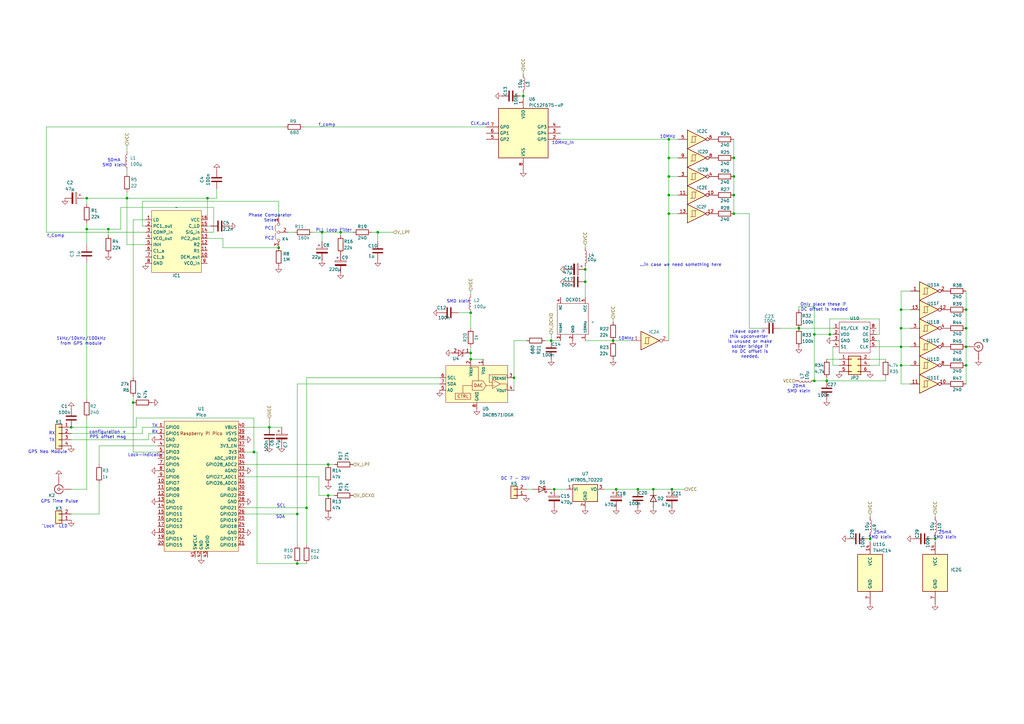
<source format=kicad_sch>
(kicad_sch (version 20231120) (generator "eeschema") (generator_version "8.0")
  (paper "A3")
  (junction (at 193.04 128.27))
  (junction (at 121.92 231.14))
  (junction (at 154.94 95.25))
  (junction (at 110.49 175.26))
  (junction (at 35.56 93.98))
  (junction (at 214.63 39.37))
  (junction (at 275.59 200.66))
  (junction (at 300.99 80.01))
  (junction (at 210.82 154.94))
  (junction (at 300.99 64.77))
  (junction (at 267.97 200.66))
  (junction (at 396.24 134.62))
  (junction (at 29.21 175.26))
  (junction (at 114.3 101.6))
  (junction (at 274.32 64.77))
  (junction (at 274.32 80.01))
  (junction (at 121.92 210.82))
  (junction (at 274.32 57.15))
  (junction (at 334.01 137.16))
  (junction (at 383.54 220.98))
  (junction (at 369.57 149.86))
  (junction (at 226.06 139.7))
  (junction (at 274.32 72.39))
  (junction (at 369.57 127))
  (junction (at 396.24 149.86))
  (junction (at 139.7 95.25))
  (junction (at 44.45 93.98))
  (junction (at 134.62 203.2))
  (junction (at 132.08 95.25))
  (junction (at 193.04 144.78))
  (junction (at 251.46 139.7))
  (junction (at 300.99 72.39))
  (junction (at 356.87 220.98))
  (junction (at 369.57 134.62))
  (junction (at 134.62 190.5))
  (junction (at 396.24 142.24))
  (junction (at 340.36 137.16))
  (junction (at 300.99 87.63))
  (junction (at 54.61 165.1))
  (junction (at 85.09 81.28))
  (junction (at 274.32 87.63))
  (junction (at 193.04 147.32))
  (junction (at 261.62 200.66))
  (junction (at 125.73 208.28))
  (junction (at 240.03 110.49))
  (junction (at 334.01 156.21))
  (junction (at 369.57 142.24))
  (junction (at 339.09 156.21))
  (junction (at 396.24 127))
  (junction (at 240.03 115.57))
  (junction (at 227.33 200.66))
  (junction (at 327.66 134.62))
  (junction (at 52.07 81.28))
  (junction (at 252.73 200.66))
  (junction (at 35.56 81.28))
  (junction (at 104.14 185.42))
  (wire (pts (xy 154.94 95.25) (xy 154.94 99.06)))
  (wire (pts (xy 307.34 134.62) (xy 307.34 87.63)))
  (wire (pts (xy 85.09 95.25) (xy 87.63 95.25)))
  (wire (pts (xy 341.63 142.24) (xy 341.63 149.86)))
  (wire (pts (xy 369.57 149.86) (xy 369.57 157.48)))
  (wire (pts (xy 210.82 154.94) (xy 210.82 139.7)))
  (wire (pts (xy 110.49 171.45) (xy 110.49 175.26)))
  (wire (pts (xy 356.87 149.86) (xy 360.68 149.86)))
  (wire (pts (xy 85.09 81.28) (xy 85.09 90.17)))
  (wire (pts (xy 54.61 90.17) (xy 54.61 154.94)))
  (wire (pts (xy 104.14 185.42) (xy 104.14 171.45)))
  (wire (pts (xy 154.94 95.25) (xy 161.29 95.25)))
  (wire (pts (xy 275.59 200.66) (xy 280.67 200.66)))
  (wire (pts (xy 35.56 200.66) (xy 35.56 171.45)))
  (wire (pts (xy 274.32 72.39) (xy 278.13 72.39)))
  (wire (pts (xy 267.97 200.66) (xy 275.59 200.66)))
  (wire (pts (xy 369.57 127) (xy 369.57 119.38)))
  (wire (pts (xy 187.96 128.27) (xy 193.04 128.27)))
  (wire (pts (xy 52.07 78.74) (xy 52.07 81.28)))
  (wire (pts (xy 35.56 81.28) (xy 52.07 81.28)))
  (wire (pts (xy 359.41 142.24) (xy 369.57 142.24)))
  (wire (pts (xy 85.09 92.71) (xy 86.36 92.71)))
  (wire (pts (xy 121.92 231.14) (xy 125.73 231.14)))
  (wire (pts (xy 124.46 52.07) (xy 199.39 52.07)))
  (wire (pts (xy 118.11 95.25) (xy 120.65 95.25)))
  (wire (pts (xy 396.24 142.24) (xy 396.24 149.86)))
  (wire (pts (xy 58.42 92.71) (xy 58.42 82.55)))
  (wire (pts (xy 356.87 220.98) (xy 356.87 222.25)))
  (wire (pts (xy 125.73 154.94) (xy 180.34 154.94)))
  (wire (pts (xy 339.09 156.21) (xy 363.22 156.21)))
  (wire (pts (xy 274.32 57.15) (xy 229.87 57.15)))
  (wire (pts (xy 19.05 95.25) (xy 59.69 95.25)))
  (wire (pts (xy 193.04 144.78) (xy 193.04 147.32)))
  (wire (pts (xy 360.68 130.81) (xy 340.36 130.81)))
  (wire (pts (xy 40.64 198.12) (xy 40.64 210.82)))
  (wire (pts (xy 44.45 93.98) (xy 44.45 96.52)))
  (wire (pts (xy 35.56 91.44) (xy 35.56 93.98)))
  (wire (pts (xy 54.61 165.1) (xy 54.61 162.56)))
  (wire (pts (xy 274.32 87.63) (xy 274.32 139.7)))
  (wire (pts (xy 300.99 57.15) (xy 300.99 64.77)))
  (wire (pts (xy 327.66 125.73) (xy 334.01 125.73)))
  (wire (pts (xy 125.73 154.94) (xy 125.73 208.28)))
  (wire (pts (xy 226.06 139.7) (xy 229.87 139.7)))
  (wire (pts (xy 267.97 200.66) (xy 261.62 200.66)))
  (wire (pts (xy 356.87 147.32) (xy 363.22 147.32)))
  (wire (pts (xy 339.09 156.21) (xy 339.09 154.94)))
  (wire (pts (xy 85.09 81.28) (xy 88.9 81.28)))
  (wire (pts (xy 383.54 220.98) (xy 383.54 222.25)))
  (wire (pts (xy 35.56 81.28) (xy 35.56 83.82)))
  (wire (pts (xy 64.77 182.88) (xy 40.64 182.88)))
  (wire (pts (xy 360.68 149.86) (xy 360.68 139.7)))
  (wire (pts (xy 214.63 38.1) (xy 214.63 39.37)))
  (wire (pts (xy 226.06 200.66) (xy 227.33 200.66)))
  (wire (pts (xy 52.07 81.28) (xy 85.09 81.28)))
  (wire (pts (xy 247.65 200.66) (xy 252.73 200.66)))
  (wire (pts (xy 134.62 203.2) (xy 137.16 203.2)))
  (wire (pts (xy 327.66 134.62) (xy 341.63 134.62)))
  (wire (pts (xy 105.41 185.42) (xy 104.14 185.42)))
  (wire (pts (xy 339.09 147.32) (xy 344.17 147.32)))
  (wire (pts (xy 369.57 142.24) (xy 369.57 149.86)))
  (wire (pts (xy 300.99 72.39) (xy 300.99 80.01)))
  (wire (pts (xy 60.96 177.8) (xy 64.77 177.8)))
  (wire (pts (xy 359.41 137.16) (xy 360.68 137.16)))
  (wire (pts (xy 274.32 80.01) (xy 274.32 87.63)))
  (wire (pts (xy 121.92 157.48) (xy 121.92 210.82)))
  (wire (pts (xy 274.32 64.77) (xy 278.13 64.77)))
  (wire (pts (xy 100.33 185.42) (xy 104.14 185.42)))
  (wire (pts (xy 35.56 93.98) (xy 44.45 93.98)))
  (wire (pts (xy 110.49 175.26) (xy 115.57 175.26)))
  (wire (pts (xy 130.81 203.2) (xy 134.62 203.2)))
  (wire (pts (xy 152.4 95.25) (xy 154.94 95.25)))
  (wire (pts (xy 344.17 149.86) (xy 341.63 149.86)))
  (wire (pts (xy 363.22 156.21) (xy 363.22 154.94)))
  (wire (pts (xy 100.33 210.82) (xy 121.92 210.82)))
  (wire (pts (xy 54.61 90.17) (xy 59.69 90.17)))
  (wire (pts (xy 278.13 57.15) (xy 274.32 57.15)))
  (wire (pts (xy 356.87 219.71) (xy 356.87 220.98)))
  (wire (pts (xy 114.3 82.55) (xy 114.3 88.9)))
  (wire (pts (xy 240.03 109.22) (xy 240.03 110.49)))
  (wire (pts (xy 334.01 125.73) (xy 334.01 137.16)))
  (wire (pts (xy 240.03 110.49) (xy 240.03 115.57)))
  (wire (pts (xy 58.42 175.26) (xy 64.77 175.26)))
  (wire (pts (xy 60.96 177.8) (xy 60.96 180.34)))
  (wire (pts (xy 300.99 80.01) (xy 300.99 87.63)))
  (wire (pts (xy 340.36 130.81) (xy 340.36 137.16)))
  (wire (pts (xy 223.52 139.7) (xy 226.06 139.7)))
  (wire (pts (xy 55.88 175.26) (xy 29.21 175.26)))
  (wire (pts (xy 193.04 142.24) (xy 193.04 144.78)))
  (wire (pts (xy 232.41 200.66) (xy 227.33 200.66)))
  (wire (pts (xy 210.82 154.94) (xy 210.82 160.02)))
  (wire (pts (xy 59.69 92.71) (xy 58.42 92.71)))
  (wire (pts (xy 91.44 101.6) (xy 114.3 101.6)))
  (wire (pts (xy 383.54 219.71) (xy 383.54 220.98)))
  (wire (pts (xy 327.66 125.73) (xy 327.66 127)))
  (wire (pts (xy 373.38 134.62) (xy 369.57 134.62)))
  (wire (pts (xy 58.42 82.55) (xy 114.3 82.55)))
  (wire (pts (xy 100.33 190.5) (xy 134.62 190.5)))
  (wire (pts (xy 278.13 87.63) (xy 274.32 87.63)))
  (wire (pts (xy 128.27 95.25) (xy 132.08 95.25)))
  (wire (pts (xy 396.24 149.86) (xy 396.24 157.48)))
  (wire (pts (xy 180.34 157.48) (xy 121.92 157.48)))
  (wire (pts (xy 35.56 93.98) (xy 35.56 100.33)))
  (wire (pts (xy 40.64 182.88) (xy 40.64 190.5)))
  (wire (pts (xy 40.64 210.82) (xy 29.21 210.82)))
  (wire (pts (xy 132.08 95.25) (xy 139.7 95.25)))
  (wire (pts (xy 214.63 29.21) (xy 214.63 30.48)))
  (wire (pts (xy 132.08 95.25) (xy 132.08 99.06)))
  (wire (pts (xy 35.56 107.95) (xy 35.56 163.83)))
  (wire (pts (xy 334.01 137.16) (xy 334.01 156.21)))
  (wire (pts (xy 34.29 81.28) (xy 35.56 81.28)))
  (wire (pts (xy 87.63 95.25) (xy 87.63 85.09)))
  (wire (pts (xy 396.24 119.38) (xy 396.24 127)))
  (wire (pts (xy 134.62 190.5) (xy 137.16 190.5)))
  (wire (pts (xy 91.44 97.79) (xy 91.44 101.6)))
  (wire (pts (xy 341.63 137.16) (xy 340.36 137.16)))
  (wire (pts (xy 213.36 39.37) (xy 214.63 39.37)))
  (wire (pts (xy 382.27 220.98) (xy 383.54 220.98)))
  (wire (pts (xy 193.04 147.32) (xy 198.12 147.32)))
  (wire (pts (xy 100.33 208.28) (xy 125.73 208.28)))
  (wire (pts (xy 29.21 177.8) (xy 58.42 177.8)))
  (wire (pts (xy 274.32 64.77) (xy 274.32 72.39)))
  (wire (pts (xy 274.32 80.01) (xy 278.13 80.01)))
  (wire (pts (xy 52.07 59.69) (xy 52.07 62.23)))
  (wire (pts (xy 369.57 134.62) (xy 369.57 127)))
  (wire (pts (xy 55.88 171.45) (xy 55.88 175.26)))
  (wire (pts (xy 369.57 142.24) (xy 373.38 142.24)))
  (wire (pts (xy 58.42 177.8) (xy 58.42 175.26)))
  (wire (pts (xy 373.38 157.48) (xy 369.57 157.48)))
  (wire (pts (xy 64.77 185.42) (xy 54.61 185.42)))
  (wire (pts (xy 52.07 100.33) (xy 52.07 81.28)))
  (wire (pts (xy 320.04 134.62) (xy 327.66 134.62)))
  (wire (pts (xy 360.68 139.7) (xy 359.41 139.7)))
  (wire (pts (xy 360.68 137.16) (xy 360.68 130.81)))
  (wire (pts (xy 369.57 149.86) (xy 373.38 149.86)))
  (wire (pts (xy 240.03 139.7) (xy 251.46 139.7)))
  (wire (pts (xy 307.34 134.62) (xy 312.42 134.62)))
  (wire (pts (xy 396.24 127) (xy 396.24 134.62)))
  (wire (pts (xy 54.61 165.1) (xy 54.61 185.42)))
  (wire (pts (xy 340.36 137.16) (xy 334.01 137.16)))
  (wire (pts (xy 355.6 220.98) (xy 356.87 220.98)))
  (wire (pts (xy 274.32 57.15) (xy 274.32 64.77)))
  (wire (pts (xy 274.32 72.39) (xy 274.32 80.01)))
  (wire (pts (xy 100.33 195.58) (xy 130.81 195.58)))
  (wire (pts (xy 226.06 137.16) (xy 226.06 139.7)))
  (wire (pts (xy 139.7 95.25) (xy 139.7 96.52)))
  (wire (pts (xy 130.81 195.58) (xy 130.81 203.2)))
  (wire (pts (xy 104.14 171.45) (xy 55.88 171.45)))
  (wire (pts (xy 105.41 231.14) (xy 121.92 231.14)))
  (wire (pts (xy 29.21 200.66) (xy 35.56 200.66)))
  (wire (pts (xy 383.54 210.82) (xy 383.54 212.09)))
  (wire (pts (xy 300.99 87.63) (xy 307.34 87.63)))
  (wire (pts (xy 125.73 208.28) (xy 125.73 223.52)))
  (wire (pts (xy 44.45 93.98) (xy 49.53 93.98)))
  (wire (pts (xy 85.09 97.79) (xy 91.44 97.79)))
  (wire (pts (xy 105.41 231.14) (xy 105.41 185.42)))
  (wire (pts (xy 369.57 119.38) (xy 373.38 119.38)))
  (wire (pts (xy 121.92 210.82) (xy 121.92 223.52)))
  (wire (pts (xy 369.57 127) (xy 373.38 127)))
  (wire (pts (xy 252.73 200.66) (xy 261.62 200.66)))
  (wire (pts (xy 52.07 69.85) (xy 52.07 71.12)))
  (wire (pts (xy 215.9 139.7) (xy 210.82 139.7)))
  (wire (pts (xy 240.03 115.57) (xy 240.03 121.92)))
  (wire (pts (xy 116.84 52.07) (xy 19.05 52.07)))
  (wire (pts (xy 369.57 134.62) (xy 369.57 142.24)))
  (wire (pts (xy 139.7 95.25) (xy 144.78 95.25)))
  (wire (pts (xy 240.03 100.33) (xy 240.03 101.6)))
  (wire (pts (xy 193.04 119.38) (xy 193.04 120.65)))
  (wire (pts (xy 100.33 175.26) (xy 110.49 175.26)))
  (wire (pts (xy 251.46 139.7) (xy 259.08 139.7)))
  (wire (pts (xy 59.69 100.33) (xy 52.07 100.33)))
  (wire (pts (xy 218.44 200.66) (xy 215.9 200.66)))
  (wire (pts (xy 300.99 64.77) (xy 300.99 72.39)))
  (wire (pts (xy 251.46 130.81) (xy 251.46 132.08)))
  (wire (pts (xy 88.9 77.47) (xy 88.9 81.28)))
  (wire (pts (xy 49.53 85.09) (xy 87.63 85.09)))
  (wire (pts (xy 19.05 52.07) (xy 19.05 95.25)))
  (wire (pts (xy 193.04 128.27) (xy 193.04 134.62)))
  (wire (pts (xy 396.24 134.62) (xy 396.24 142.24)))
  (wire (pts (xy 29.21 180.34) (xy 60.96 180.34)))
  (wire (pts (xy 49.53 93.98) (xy 49.53 85.09)))
  (wire (pts (xy 334.01 156.21) (xy 339.09 156.21)))
  (wire (pts (xy 356.87 210.82) (xy 356.87 212.09)))
  (text "PLL\nhttps://www.mouser.de/ProductDetail/Texas-Instruments/CD74HC7046AMT?qs=gb35HGp1gQI6mJ4fH4yL3g%3D%3D" (at 485.14 94.234 0) (effects (font (size 1.27 1.27))))
  (text "Kleinstrom-Induktivitätem 100µH\nhttps://www.mouser.de/ProductDetail/TDK/KLZ2012NHR101LTD25?qs=5aG0NVq1C4xezrpiGY6jhA%3D%3D" (at 604.012 68.58 0) (effects (font (size 1.27 1.27))))
  (text "XOR gates:\nhttps://www.mouser.de/ProductDetail/Nexperia/74LVC2G86DP125?qs=me8TqzrmIYU4VUcP1CeUGw%3D%3D\n" (at 485.14 32.766 0) (effects (font (size 1.27 1.27))))
  (text "EEPROM\nhttps://www.mouser.de/ProductDetail/onsemi/CAT24C32WI-GT3?qs=rZgeL6XvLwaTa79VuYkKQA%3D%3D" (at 486.156 151.384 0) (effects (font (size 1.27 1.27))))
  (text "Lock-Indicator" (at 59.69 186.69 0) (effects (font (size 1.27 1.27))))
  (text "configuration +\nPPS offset msg" (at 44.196 178.308 0) (effects (font (size 1.27 1.27))))
  (text "Only place these if \nDC offset is needed" (at 338.074 125.984 0) (effects (font (size 1.27 1.27))))
  (text "Dual OpAmp\nhttps://www.mouser.de/ProductDetail/Microchip-Technology/MCP6002-I-SN?qs=cQYLKLPzRJlt69SDaZwGcA%3D%3D" (at 487.426 80.01 0) (effects (font (size 1.27 1.27))))
  (text "Kleinstrom-Induktivitäten 10µH\nhttps://www.mouser.de/ProductDetail/TDK/KLZ2012MHR100HTD25?qs=5aG0NVq1C4z7XTXkifhyMA%3D%3D" (at 601.98 59.944 0) (effects (font (size 1.27 1.27))))
  (text "Phase Comparator \nSelect" (at 111.252 89.408 0) (effects (font (size 1.27 1.27))))
  (text "Unused second OpAmp in package. Leave it here for the time being" (at 482.092 182.626 0) (effects (font (size 1.27 1.27))))
  (text "SMD klein" (at 187.96 123.698 0) (effects (font (size 1.27 1.27))))
  (text "10MHz" (at 256.794 138.938 0) (effects (font (size 1.27 1.27))))
  (text "10uH groß\nhttps://www.mouser.de/ProductDetail/Monolithic-Power-Systems-MPS/MPL-SE5040-100?qs=sGAEpiMZZMv126LJFLh8yyOx6Bzv8ule8YDMbIBSVtI%3D" (at 627.38 87.376 0) (effects (font (size 1.27 1.27))))
  (text "Hex-Schmitt-Trigger\nhttps://www.mouser.de/ProductDetail/Texas-Instruments/CD74AC14M96?qs=7KMwW2o1%252BmTMcy6XciEnlg%3D%3D" (at 485.394 107.696 0) (effects (font (size 1.27 1.27))))
  (text "ICS501\nhttps://www.mouser.de/ProductDetail/Renesas-Electronics/501MLFT?qs=JcGQCygHkIZqmlnfOhnKLQ%3D%3D" (at 486.41 143.764 0) (effects (font (size 1.27 1.27))))
  (text "25mA\nSMD klein" (at 387.604 219.456 0) (effects (font (size 1.27 1.27))))
  (text "DAC\nhttps://www.mouser.de/ProductDetail/Texas-Instruments/DAC8571IDGK?qs=vul0MlC%2Fa1dvtLPGKelkTg%3D%3D" (at 484.124 52.832 0) (effects (font (size 1.27 1.27))))
  (text "...in case we need something here" (at 279.146 108.712 0) (effects (font (size 1.27 1.27))))
  (text "GPS Time Pulse" (at 24.384 205.74 0) (effects (font (size 1.27 1.27))))
  (text "TX" (at 21.336 180.594 0) (effects (font (size 1.27 1.27))))
  (text "RX" (at 21.336 177.8 0) (effects (font (size 1.27 1.27))))
  (text "Leave open if \nthis upconverter \nis unused or make\nsolder bridge if\nno DC offset is\nneeded." (at 307.594 141.224 0) (effects (font (size 1.27 1.27))))
  (text "20mA\nSMD klein" (at 327.66 159.512 0) (effects (font (size 1.27 1.27))))
  (text "PLL Loop Filter" (at 136.906 94.488 0) (effects (font (size 1.27 1.27))))
  (text "For the Comparators, both\nhttps://www.mouser.de/ProductDetail/Texas-Instruments/TLV3502AIDCNR?qs=m96fseALk3UVf1AatLxFqQ%3D%3D\nor\nhttps://www.mouser.de/ProductDetail/Texas-Instruments/TLV3502AID?qs=m96fseALk3U4Ee5H4Lg7qw%3D%3D\nwork" (at 483.616 16.764 0) (effects (font (size 1.27 1.27))))
  (text "100uH groß\nhttps://www.mouser.de/ProductDetail/TDK/SPM7054VC-101M-D?qs=sGAEpiMZZMv126LJFLh8yz4JeXP9OGKgXN2nn20c%2F50%3D" (at 617.22 75.692 0) (effects (font (size 1.27 1.27))))
  (text "SCL" (at 115.316 207.518 0) (effects (font (size 1.27 1.27))))
  (text "RX" (at 63.5 177.292 0) (effects (font (size 1.27 1.27))))
  (text "GPS Neo Module" (at 19.558 185.42 0) (effects (font (size 1.27 1.27))))
  (text "10MHz_in" (at 230.886 58.674 0) (effects (font (size 1.27 1.27))))
  (text "f_Comp" (at 22.86 96.774 0) (effects (font (size 1.27 1.27))))
  (text "PC1\n\nPC2" (at 110.49 95.758 0) (effects (font (size 1.27 1.27))))
  (text "Barrel-Jack DC connector - prinzipiell egal welcher\nhttps://www.mouser.de/ProductDetail/CUI-Devices/PJ-102AH?qs=WyjlAZoYn50Yq4CrVLCXLw%3D%3D" (at 480.06 133.858 0) (effects (font (size 1.27 1.27))))
  (text "50mA\nSMD klein" (at 46.736 66.802 0) (effects (font (size 1.27 1.27))))
  (text "10MHz" (at 273.812 56.134 0) (effects (font (size 1.27 1.27))))
  (text "2x Ripple Counter\nhttps://www.mouser.de/ProductDetail/Texas-Instruments/CD74HC390M96?qs=q81XD9WTF%252BLJAyVsZ7eHLQ%3D%3D" (at 487.934 67.564 0) (effects (font (size 1.27 1.27))))
  (text "\"Lock\" LED" (at 22.352 215.9 0) (effects (font (size 1.27 1.27))))
  (text "DC 7 - 25V" (at 211.328 196.342 0) (effects (font (size 1.27 1.27))))
  (text "25mA\nSMD klein" (at 360.934 219.456 0) (effects (font (size 1.27 1.27))))
  (text "CLK_out" (at 196.85 50.8 0) (effects (font (size 1.27 1.27))))
  (text "SDA" (at 115.062 212.09 0) (effects (font (size 1.27 1.27))))
  (text "f_comp" (at 134.112 51.308 0) (effects (font (size 1.27 1.27))))
  (text "TX" (at 63.5 174.752 0) (effects (font (size 1.27 1.27))))
  (text "Voltage Regulator\nhttps://www.mouser.de/ProductDetail/Texas-Instruments/LM7805MPX-NOPB?qs=gO6GG99qvRCSwIVAoVKHPw%3D%3D" (at 485.648 120.904 0) (effects (font (size 1.27 1.27))))
  (text "1kHz/10kHz/100kHz\nfrom GPS module" (at 33.274 139.954 0) (effects (font (size 1.27 1.27))))
  (text "D2 Entstördiode\nhttps://www.mouser.de/ProductDetail/Micro-Commercial-Components-MCC/SMBJP6KE6.8CA-TP?qs=O1HRStiETCjFEvwWmakxhQ%3D%3D\n" (at 593.09 29.718 0) (effects (font (size 1.27 1.27))))
  (text "D1 Schottky-Diode\nhttps://www.mouser.de/ProductDetail/onsemi-Fairchild/SS24FL?qs=tqW9UTzndZyvT5hdH%2BfSxg%3D%3D" (at 595.884 20.828 0) (effects (font (size 1.27 1.27))))
  (hierarchical_label "V_OCXO" (shape input) (at 226.06 137.16 90))
  (hierarchical_label "V_LPF" (shape input) (at 144.78 190.5 0))
  (hierarchical_label "VCC" (shape input) (at 280.67 200.66 0))
  (hierarchical_label "VCC" (shape input) (at 326.39 156.21 180))
  (hierarchical_label "VCC" (shape input) (at 383.54 210.82 90))
  (hierarchical_label "VCC" (shape input) (at 214.63 29.21 90))
  (hierarchical_label "VCC" (shape input) (at 240.03 100.33 90))
  (hierarchical_label "V_OCXO" (shape input) (at 144.78 203.2 0))
  (hierarchical_label "V_LPF" (shape input) (at 161.29 95.25 0))
  (hierarchical_label "VCC" (shape input) (at 251.46 130.81 90))
  (hierarchical_label "VCC" (shape input) (at 356.87 210.82 90))
  (hierarchical_label "VCC" (shape input) (at 110.49 171.45 90))
  (hierarchical_label "VCC" (shape input) (at 193.04 119.38 90))
  (hierarchical_label "VCC" (shape input) (at 52.07 59.69 90))
  (symbol (lib_id "74xx:74HC14") (at 285.75 57.15 0) (unit 3)
    (property "Reference" "IC2" (at 288.036 53.848 0))
    (property "Value" "74HC14" (effects (hide yes)))
    (property "Footprint" "Package_DIP:DIP-14_W7.62mm_LongPads" (effects (hide yes)))
    (property "Datasheet" "http://www.ti.com/lit/gpn/sn74HC14" (effects (hide yes)))
    (property "Description" "Hex inverter schmitt trigger" (effects (hide yes)))
  )
  (symbol (lib_id "power:GND") (at 227.33 208.28 0) (unit 1)
    (property "Reference" "#PWR042" (effects (hide yes)))
    (property "Value" "GND" (effects (hide yes)))
    (property "Description" "Power symbol creates a global label with name \"GND\" , ground" (effects (hide yes)))
  )
  (symbol (lib_id "Device:R") (at 327.66 130.81 0) (unit 1)
    (property "Reference" "R32" (at 328.93 129.54 0) (effects (justify left)))
    (property "Value" "100k" (at 328.93 132.08 0) (effects (justify left)))
    (property "Footprint" "Resistor_SMD:R_1206_3216Metric_Pad1.30x1.75mm_HandSolder" (effects (hide yes)))
    (property "Description" "Resistor" (effects (hide yes)))
  )
  (symbol (lib_id "Device:R") (at 120.65 52.07 270) (unit 1)
    (property "Reference" "R9" (at 118.872 49.784 90) (effects (justify left)))
    (property "Value" "680" (at 118.872 54.356 90) (effects (justify left)))
    (property "Footprint" "Resistor_SMD:R_1206_3216Metric_Pad1.30x1.75mm_HandSolder" (effects (hide yes)))
    (property "Description" "Resistor" (effects (hide yes)))
  )
  (symbol (lib_id "Device:R") (at 251.46 135.89 0) (unit 1)
    (property "Reference" "R22" (at 245.872 134.874 0) (effects (justify left)))
    (property "Value" "22k" (at 245.872 137.414 0) (effects (justify left)))
    (property "Footprint" "Resistor_SMD:R_1206_3216Metric_Pad1.30x1.75mm_HandSolder" (effects (hide yes)))
    (property "Description" "Resistor" (effects (hide yes)))
  )
  (symbol (lib_id "Device:R") (at 52.07 74.93 0) (unit 1)
    (property "Reference" "R5" (at 53.594 73.66 0) (effects (justify left)))
    (property "Value" "22" (at 53.594 76.2 0) (effects (justify left)))
    (property "Footprint" "Resistor_SMD:R_1206_3216Metric_Pad1.30x1.75mm_HandSolder" (effects (hide yes)))
    (property "Description" "Resistor" (effects (hide yes)))
  )
  (symbol (lib_id "Device:R") (at 54.61 158.75 180) (unit 1)
    (property "Reference" "R6" (at 53.086 160.02 0) (effects (justify left)))
    (property "Value" "27k" (at 53.086 157.48 0) (effects (justify left)))
    (property "Footprint" "Resistor_SMD:R_1206_3216Metric_Pad1.30x1.75mm_HandSolder" (effects (hide yes)))
    (property "Description" "Resistor" (effects (hide yes)))
  )
  (symbol (lib_id "power:GND") (at 215.9 203.2 0) (unit 1)
    (property "Reference" "#PWR040" (effects (hide yes)))
    (property "Value" "GND" (effects (hide yes)))
    (property "Description" "Power symbol creates a global label with name \"GND\" , ground" (effects (hide yes)))
  )
  (symbol (lib_id "power:GND") (at 134.62 198.12 0) (unit 1)
    (property "Reference" "#PWR028" (effects (hide yes)))
    (property "Value" "GND" (effects (hide yes)))
    (property "Description" "Power symbol creates a global label with name \"GND\" , ground" (effects (hide yes)))
  )
  (symbol (lib_id "Device:C") (at 184.15 128.27 270) (unit 1)
    (property "Reference" "C12" (at 181.102 126.238 90))
    (property "Value" "100n" (at 182.118 130.302 90))
    (property "Footprint" "Capacitor_SMD:C_1210_3225Metric_Pad1.33x2.70mm_HandSolder" (effects (hide yes)))
    (property "Description" "Unpolarized capacitor" (effects (hide yes)))
  )
  (symbol (lib_id "Device:R") (at 140.97 203.2 90) (unit 1)
    (property "Reference" "R15" (at 139.7 201.676 0) (effects (justify left)))
    (property "Value" "27k" (at 142.24 201.676 0) (effects (justify left)))
    (property "Footprint" "Resistor_SMD:R_1206_3216Metric_Pad1.30x1.75mm_HandSolder" (effects (hide yes)))
    (property "Description" "Resistor" (effects (hide yes)))
  )
  (symbol (lib_id "Device:C_Polarized") (at 30.48 81.28 270) (unit 1)
    (property "Reference" "C2" (at 28.702 74.93 90))
    (property "Value" "47µ" (at 28.702 77.47 90))
    (property "Footprint" "Capacitor_THT:CP_Radial_D8.0mm_P2.50mm" (effects (hide yes)))
    (property "Description" "Polarized capacitor" (effects (hide yes)))
  )
  (symbol (lib_id "Device:C") (at 351.79 220.98 90) (unit 1)
    (property "Reference" "C28" (at 349.504 218.948 0))
    (property "Value" "100n" (at 353.822 222.25 0))
    (property "Footprint" "Capacitor_SMD:C_1210_3225Metric_Pad1.33x2.70mm_HandSolder" (effects (hide yes)))
    (property "Description" "Unpolarized capacitor" (effects (hide yes)))
  )
  (symbol (lib_id "Device:C") (at 316.23 134.62 270) (unit 1)
    (property "Reference" "C23" (at 315.468 129.794 90))
    (property "Value" "100n" (at 315.722 131.572 90))
    (property "Footprint" "Capacitor_SMD:C_1210_3225Metric_Pad1.33x2.70mm_HandSolder" (effects (hide yes)))
    (property "Description" "Unpolarized capacitor" (effects (hide yes)))
  )
  (symbol (lib_id "power:GND") (at 64.77 193.04 270) (unit 1)
    (property "Reference" "#PWR010" (effects (hide yes)))
    (property "Value" "GND" (effects (hide yes)))
    (property "Description" "Power symbol creates a global label with name \"GND\" , ground" (effects (hide yes)))
  )
  (symbol (lib_id "Device:R") (at 140.97 190.5 90) (unit 1)
    (property "Reference" "R17" (at 139.7 188.976 0) (effects (justify left)))
    (property "Value" "27k" (at 142.24 188.976 0) (effects (justify left)))
    (property "Footprint" "Resistor_SMD:R_1206_3216Metric_Pad1.30x1.75mm_HandSolder" (effects (hide yes)))
    (property "Description" "Resistor" (effects (hide yes)))
  )
  (symbol (lib_id "power:GND") (at 100.33 205.74 90) (unit 1)
    (property "Reference" "#PWR018" (effects (hide yes)))
    (property "Value" "GND" (effects (hide yes)))
    (property "Description" "Power symbol creates a global label with name \"GND\" , ground" (effects (hide yes)))
  )
  (symbol (lib_id "Device:R") (at 297.18 87.63 270) (unit 1)
    (property "Reference" "R28" (at 295.402 85.344 90) (effects (justify left)))
    (property "Value" "240" (at 295.402 89.916 90) (effects (justify left)))
    (property "Footprint" "Resistor_SMD:R_1206_3216Metric_Pad1.30x1.75mm_HandSolder" (effects (hide yes)))
    (property "Description" "Resistor" (effects (hide yes)))
  )
  (symbol (lib_id "Device:C") (at 226.06 143.51 0) (unit 1)
    (property "Reference" "C14" (at 228.092 141.224 0))
    (property "Value" "100n" (at 224.79 145.542 0))
    (property "Footprint" "Capacitor_SMD:C_1210_3225Metric_Pad1.33x2.70mm_HandSolder" (effects (hide yes)))
    (property "Description" "Unpolarized capacitor" (effects (hide yes)))
  )
  (symbol (lib_id "power:GND") (at 185.42 144.78 270) (unit 1)
    (property "Reference" "#PWR036" (effects (hide yes)))
    (property "Value" "GND" (effects (hide yes)))
    (property "Description" "Power symbol creates a global label with name \"GND\" , ground" (effects (hide yes)))
  )
  (symbol (lib_id "Device:R") (at 114.3 105.41 0) (unit 1)
    (property "Reference" "R8" (at 116.078 104.14 0) (effects (justify left)))
    (property "Value" "1M" (at 116.078 106.426 0) (effects (justify left)))
    (property "Footprint" "Resistor_SMD:R_1206_3216Metric_Pad1.30x1.75mm_HandSolder" (effects (hide yes)))
    (property "Description" "Resistor" (effects (hide yes)))
  )
  (symbol (lib_id "Device:C_Polarized") (at 139.7 107.95 0) (unit 1)
    (property "Reference" "C9" (at 141.478 105.664 0))
    (property "Value" "220µ" (at 137.414 110.49 0))
    (property "Footprint" "Capacitor_THT:CP_Radial_D8.0mm_P2.50mm" (effects (hide yes)))
    (property "Description" "Polarized capacitor" (effects (hide yes)))
  )
  (symbol (lib_id "Device:C") (at 90.17 92.71 270) (unit 1)
    (property "Reference" "C5" (at 92.71 91.44 90))
    (property "Value" "2.2n" (at 93.472 93.98 90))
    (property "Footprint" "Capacitor_SMD:C_1210_3225Metric_Pad1.33x2.70mm_HandSolder" (effects (hide yes)))
    (property "Description" "Unpolarized capacitor" (effects (hide yes)))
  )
  (symbol (lib_id "power:GND") (at 154.94 106.68 0) (unit 1)
    (property "Reference" "#PWR031" (effects (hide yes)))
    (property "Value" "GND" (effects (hide yes)))
    (property "Description" "Power symbol creates a global label with name \"GND\" , ground" (effects (hide yes)))
  )
  (symbol (lib_id "power:GND") (at 234.95 139.7 0) (unit 1)
    (property "Reference" "#PWR045" (effects (hide yes)))
    (property "Value" "GND" (effects (hide yes)))
    (property "Description" "Power symbol creates a global label with name \"GND\" , ground" (effects (hide yes)))
  )
  (symbol (lib_id "power:GND") (at 44.45 104.14 0) (unit 1)
    (property "Reference" "#PWR06" (effects (hide yes)))
    (property "Value" "GND" (effects (hide yes)))
    (property "Description" "Power symbol creates a global label with name \"GND\" , ground" (effects (hide yes)))
  )
  (symbol (lib_id "Device:R") (at 392.43 157.48 270) (unit 1)
    (property "Reference" "R47" (at 390.652 155.194 90) (effects (justify left)))
    (property "Value" "240" (at 390.652 159.766 90) (effects (justify left)))
    (property "Footprint" "Resistor_SMD:R_1206_3216Metric_Pad1.30x1.75mm_HandSolder" (effects (hide yes)))
    (property "Description" "Resistor" (effects (hide yes)))
  )
  (symbol (lib_id "power:GND") (at 88.9 69.85 180) (unit 1)
    (property "Reference" "#PWR014" (effects (hide yes)))
    (property "Value" "GND" (effects (hide yes)))
    (property "Description" "Power symbol creates a global label with name \"GND\" , ground" (effects (hide yes)))
  )
  (symbol (lib_id "Device:L") (at 383.54 215.9 0) (unit 1)
    (property "Reference" "L10" (at 385.318 216.154 90))
    (property "Value" "10µ" (at 382.27 215.9 90))
    (property "Footprint" "Inductor_SMD:L_0805_2012Metric_Pad1.15x1.40mm_HandSolder" (effects (hide yes)))
    (property "Description" "Inductor" (effects (hide yes)))
  )
  (symbol (lib_id "power:GND") (at 383.54 247.65 0) (unit 1)
    (property "Reference" "#PWR068" (effects (hide yes)))
    (property "Value" "GND" (effects (hide yes)))
    (property "Description" "Power symbol creates a global label with name \"GND\" , ground" (effects (hide yes)))
  )
  (symbol (lib_id "Device:C_Polarized") (at 227.33 204.47 0) (unit 1)
    (property "Reference" "C15" (at 229.87 203.454 0) (effects (justify left)))
    (property "Value" "470µ" (at 229.87 205.994 0) (effects (justify left)))
    (property "Footprint" "Capacitor_THT:CP_Radial_D8.0mm_P2.50mm" (effects (hide yes)))
    (property "Description" "Polarized capacitor" (effects (hide yes)))
  )
  (symbol (lib_id "GPSDO-Components:OSC5A2B02") (at 234.95 130.81 0) (unit 1)
    (property "Reference" "OCXO1" (at 231.902 122.936 0) (effects (justify left)))
    (property "Value" "~" (at 242.57 132.08 0) (effects (justify left)))
    (property "Footprint" "OCXO_example:OSC5A2B02" (effects (hide yes)))
  )
  (symbol (lib_id "74xx:74HC14") (at 383.54 234.95 0) (unit 7)
    (property "Reference" "IC2" (at 389.89 233.6799 0) (effects (justify left)))
    (property "Value" "74HC14" (effects (hide yes)))
    (property "Footprint" "Package_DIP:DIP-14_W7.62mm_LongPads" (effects (hide yes)))
    (property "Datasheet" "http://www.ti.com/lit/gpn/sn74HC14" (effects (hide yes)))
    (property "Description" "Hex inverter schmitt trigger" (effects (hide yes)))
  )
  (symbol (lib_id "74xx:74HC14") (at 285.75 64.77 0) (unit 4)
    (property "Reference" "IC2" (at 288.29 62.23 0))
    (property "Value" "74HC14" (effects (hide yes)))
    (property "Footprint" "Package_DIP:DIP-14_W7.62mm_LongPads" (effects (hide yes)))
    (property "Datasheet" "http://www.ti.com/lit/gpn/sn74HC14" (effects (hide yes)))
    (property "Description" "Hex inverter schmitt trigger" (effects (hide yes)))
  )
  (symbol (lib_id "Device:R") (at 363.22 151.13 180) (unit 1)
    (property "Reference" "R35" (at 368.554 152.4 0) (effects (justify left)))
    (property "Value" "4.7k" (at 368.554 149.86 0) (effects (justify left)))
    (property "Footprint" "Resistor_SMD:R_1206_3216Metric_Pad1.30x1.75mm_HandSolder" (effects (hide yes)))
    (property "Description" "Resistor" (effects (hide yes)))
  )
  (symbol (lib_id "power:GND") (at 29.21 213.36 0) (unit 1)
    (property "Reference" "#PWR05" (effects (hide yes)))
    (property "Value" "GND" (effects (hide yes)))
    (property "Description" "Power symbol creates a global label with name \"GND\" , ground" (effects (hide yes)))
  )
  (symbol (lib_id "74xx:74HC14") (at 381 149.86 0) (unit 4)
    (property "Reference" "U11" (at 382.778 147.32 0))
    (property "Value" "74HC14" (effects (hide yes)))
    (property "Footprint" "Package_DIP:DIP-14_W7.62mm_LongPads" (effects (hide yes)))
    (property "Datasheet" "http://www.ti.com/lit/gpn/sn74HC14" (effects (hide yes)))
    (property "Description" "Hex inverter schmitt trigger" (effects (hide yes)))
  )
  (symbol (lib_id "power:GND") (at 64.77 180.34 270) (unit 1)
    (property "Reference" "#PWR09" (effects (hide yes)))
    (property "Value" "GND" (effects (hide yes)))
    (property "Description" "Power symbol creates a global label with name \"GND\" , ground" (effects (hide yes)))
  )
  (symbol (lib_id "Device:C") (at 209.55 39.37 90) (unit 1)
    (property "Reference" "C13" (at 207.264 37.338 0))
    (property "Value" "100n" (at 211.582 40.64 0))
    (property "Footprint" "Capacitor_SMD:C_1210_3225Metric_Pad1.33x2.70mm_HandSolder" (effects (hide yes)))
    (property "Description" "Unpolarized capacitor" (effects (hide yes)))
  )
  (symbol (lib_id "Device:R") (at 35.56 167.64 0) (unit 1)
    (property "Reference" "R2" (at 36.83 166.624 0) (effects (justify left)))
    (property "Value" "240" (at 36.83 169.164 0) (effects (justify left)))
    (property "Footprint" "Resistor_SMD:R_1206_3216Metric_Pad1.30x1.75mm_HandSolder" (effects (hide yes)))
    (property "Description" "Resistor" (effects (hide yes)))
  )
  (symbol (lib_id "Device:C") (at 110.49 179.07 0) (unit 1)
    (property "Reference" "C6" (at 111.506 181.61 90))
    (property "Value" "100n" (at 109.22 182.88 90))
    (property "Footprint" "Capacitor_SMD:C_1210_3225Metric_Pad1.33x2.70mm_HandSolder" (effects (hide yes)))
    (property "Description" "Unpolarized capacitor" (effects (hide yes)))
  )
  (symbol (lib_id "74xx:74HC14") (at 381 157.48 0) (unit 5)
    (property "Reference" "U11" (at 382.778 154.94 0))
    (property "Value" "74HC14" (effects (hide yes)))
    (property "Footprint" "Package_DIP:DIP-14_W7.62mm_LongPads" (effects (hide yes)))
    (property "Datasheet" "http://www.ti.com/lit/gpn/sn74HC14" (effects (hide yes)))
    (property "Description" "Hex inverter schmitt trigger" (effects (hide yes)))
  )
  (symbol (lib_id "Device:R") (at 40.64 194.31 0) (unit 1)
    (property "Reference" "R3" (at 41.91 193.04 0) (effects (justify left)))
    (property "Value" "1k" (at 41.91 195.58 0) (effects (justify left)))
    (property "Footprint" "Resistor_SMD:R_1206_3216Metric_Pad1.30x1.75mm_HandSolder" (effects (hide yes)))
    (property "Description" "Resistor" (effects (hide yes)))
  )
  (symbol (lib_id "Device:R") (at 44.45 100.33 0) (unit 1)
    (property "Reference" "R4" (at 45.974 99.06 0) (effects (justify left)))
    (property "Value" "22k" (at 45.974 101.6 0) (effects (justify left)))
    (property "Footprint" "Resistor_SMD:R_1206_3216Metric_Pad1.30x1.75mm_HandSolder" (effects (hide yes)))
    (property "Description" "Resistor" (effects (hide yes)))
  )
  (symbol (lib_id "Jumper:Jumper_3_Open") (at 114.3 95.25 90) (mirror x) (unit 1) (exclude_from_sim yes) (in_bom no)
    (property "Reference" "K4" (at 118.364 98.044 90) (effects (justify left)))
    (property "Value" "Jumper_3_Open" (effects (hide yes)))
    (property "Footprint" "Connector_PinHeader_2.54mm:PinHeader_1x03_P2.54mm_Vertical" (effects (hide yes)))
    (property "Description" "Jumper, 3-pole, both open" (effects (hide yes)))
  )
  (symbol (lib_id "Device:C") (at 236.22 115.57 270) (unit 1)
    (property "Reference" "C17" (at 233.172 114.554 90))
    (property "Value" "100n" (at 232.664 116.84 90))
    (property "Footprint" "Capacitor_SMD:C_1210_3225Metric_Pad1.33x2.70mm_HandSolder" (effects (hide yes)))
    (property "Description" "Unpolarized capacitor" (effects (hide yes)))
  )
  (symbol (lib_id "power:GND") (at 134.62 210.82 0) (unit 1)
    (property "Reference" "#PWR021" (effects (hide yes)))
    (property "Value" "GND" (effects (hide yes)))
    (property "Description" "Power symbol creates a global label with name \"GND\" , ground" (effects (hide yes)))
  )
  (symbol (lib_id "power:GND") (at 59.69 107.95 0) (unit 1)
    (property "Reference" "#PWR07" (effects (hide yes)))
    (property "Value" "GND" (effects (hide yes)))
    (property "Description" "Power symbol creates a global label with name \"GND\" , ground" (effects (hide yes)))
  )
  (symbol (lib_id "Analog_DAC:DAC8571IDGK") (at 195.58 157.48 0) (unit 1)
    (property "Reference" "U5" (at 197.7741 167.64 0) (effects (justify left)))
    (property "Value" "DAC8571IDGK" (at 197.7741 170.18 0) (effects (justify left)))
    (property "Footprint" "Package_SO:VSSOP-8_3.0x3.0mm_P0.65mm" (effects (hide yes)))
    (property "Datasheet" "https://www.ti.com/lit/ds/symlink/dac8571.pdf" (effects (hide yes)))
    (property "Description" "DAC, 16-Bit, Low Power, Voltage Output, Rail-to-Rail Output, I2C Interface, MSOP-8 3x3mm package" (effects (hide yes)))
  )
  (symbol (lib_id "Device:C") (at 339.09 160.02 0) (unit 1)
    (property "Reference" "C27" (at 341.122 157.734 0))
    (property "Value" "100n" (at 337.82 162.052 0))
    (property "Footprint" "Capacitor_SMD:C_1210_3225Metric_Pad1.33x2.70mm_HandSolder" (effects (hide yes)))
    (property "Description" "Unpolarized capacitor" (effects (hide yes)))
  )
  (symbol (lib_id "Device:R") (at 297.18 72.39 270) (unit 1)
    (property "Reference" "R26" (at 295.402 70.104 90) (effects (justify left)))
    (property "Value" "240" (at 295.402 74.676 90) (effects (justify left)))
    (property "Footprint" "Resistor_SMD:R_1206_3216Metric_Pad1.30x1.75mm_HandSolder" (effects (hide yes)))
    (property "Description" "Resistor" (effects (hide yes)))
  )
  (symbol (lib_id "Device:R") (at 35.56 87.63 0) (unit 1)
    (property "Reference" "R1" (at 37.338 86.36 0) (effects (justify left)))
    (property "Value" "22k" (at 37.338 88.9 0) (effects (justify left)))
    (property "Footprint" "Resistor_SMD:R_1206_3216Metric_Pad1.30x1.75mm_HandSolder" (effects (hide yes)))
    (property "Description" "Resistor" (effects (hide yes)))
  )
  (symbol (lib_id "power:GND") (at 205.74 39.37 270) (unit 1)
    (property "Reference" "#PWR038" (effects (hide yes)))
    (property "Value" "GND" (effects (hide yes)))
    (property "Description" "Power symbol creates a global label with name \"GND\" , ground" (effects (hide yes)))
  )
  (symbol (lib_id "Regulator_Linear:LM7805_TO220") (at 240.03 200.66 0) (unit 1)
    (property "Reference" "U7" (at 240.03 194.31 0))
    (property "Value" "LM7805_TO220" (at 240.03 196.85 0))
    (property "Footprint" "Package_TO_SOT_THT:TO-220-3_Vertical" (effects (hide yes)))
    (property "Datasheet" "https://www.onsemi.cn/PowerSolutions/document/MC7800-D.PDF" (effects (hide yes)))
    (property "Description" "Positive 1A 35V Linear Regulator, Fixed Output 5V, TO-220" (effects (hide yes)))
  )
  (symbol (lib_id "power:GND") (at 214.63 69.85 0) (unit 1)
    (property "Reference" "#PWR039" (effects (hide yes)))
    (property "Value" "GND" (effects (hide yes)))
    (property "Description" "Power symbol creates a global label with name \"GND\" , ground" (effects (hide yes)))
  )
  (symbol (lib_id "Connector:Conn_Coaxial") (at 24.13 200.66 180) (unit 1)
    (property "Reference" "K2" (at 22.606 203.2 0) (effects (justify left)))
    (property "Value" "Conn_Coaxial" (effects (hide yes)))
    (property "Footprint" "Connector_Coaxial:SMA_Molex_73251-1153_EdgeMount_Horizontal" (effects (hide yes)))
    (property "Datasheet" " ~" (effects (hide yes)))
    (property "Description" "coaxial connector (BNC, SMA, SMB, SMC, Cinch/RCA, LEMO, ...)" (effects (hide yes)))
  )
  (symbol (lib_id "Device:L") (at 330.2 156.21 270) (unit 1)
    (property "Reference" "L7" (at 328.93 154.178 0))
    (property "Value" "10µ" (at 330.962 153.924 0))
    (property "Footprint" "Inductor_SMD:L_0805_2012Metric_Pad1.15x1.40mm_HandSolder" (effects (hide yes)))
    (property "Description" "Inductor" (effects (hide yes)))
  )
  (symbol (lib_id "Device:R") (at 124.46 95.25 90) (unit 1)
    (property "Reference" "R11" (at 124.714 92.964 90) (effects (justify left)))
    (property "Value" "160k" (at 127 97.536 90) (effects (justify left)))
    (property "Footprint" "Resistor_SMD:R_1206_3216Metric_Pad1.30x1.75mm_HandSolder" (effects (hide yes)))
    (property "Description" "Resistor" (effects (hide yes)))
  )
  (symbol (lib_id "power:GND") (at 401.32 147.32 0) (unit 1)
    (property "Reference" "#PWR072" (effects (hide yes)))
    (property "Value" "GND" (effects (hide yes)))
    (property "Description" "Power symbol creates a global label with name \"GND\" , ground" (effects (hide yes)))
  )
  (symbol (lib_id "Device:C") (at 378.46 220.98 90) (unit 1)
    (property "Reference" "C29" (at 376.174 218.948 0))
    (property "Value" "100n" (at 380.492 222.25 0))
    (property "Footprint" "Capacitor_SMD:C_1210_3225Metric_Pad1.33x2.70mm_HandSolder" (effects (hide yes)))
    (property "Description" "Unpolarized capacitor" (effects (hide yes)))
  )
  (symbol (lib_id "power:GND") (at 100.33 193.04 90) (unit 1)
    (property "Reference" "#PWR017" (effects (hide yes)))
    (property "Value" "GND" (effects (hide yes)))
    (property "Description" "Power symbol creates a global label with name \"GND\" , ground" (effects (hide yes)))
  )
  (symbol (lib_id "power:GND") (at 226.06 147.32 0) (unit 1)
    (property "Reference" "#PWR041" (effects (hide yes)))
    (property "Value" "GND" (effects (hide yes)))
    (property "Description" "Power symbol creates a global label with name \"GND\" , ground" (effects (hide yes)))
  )
  (symbol (lib_id "Device:C_Polarized") (at 132.08 102.87 0) (unit 1)
    (property "Reference" "C8" (at 133.858 100.584 0))
    (property "Value" "22µ" (at 129.794 105.41 0))
    (property "Footprint" "Capacitor_THT:CP_Radial_D8.0mm_P2.50mm" (effects (hide yes)))
    (property "Description" "Polarized capacitor" (effects (hide yes)))
  )
  (symbol (lib_id "Device:R") (at 58.42 165.1 90) (unit 1)
    (property "Reference" "R7" (at 57.15 163.576 0) (effects (justify left)))
    (property "Value" "47k" (at 59.69 163.576 0) (effects (justify left)))
    (property "Footprint" "Resistor_SMD:R_1206_3216Metric_Pad1.30x1.75mm_HandSolder" (effects (hide yes)))
    (property "Description" "Resistor" (effects (hide yes)))
  )
  (symbol (lib_id "74xx:74HC14") (at 285.75 80.01 0) (unit 5)
    (property "Reference" "IC2" (at 288.036 76.962 0))
    (property "Value" "74HC14" (effects (hide yes)))
    (property "Footprint" "Package_DIP:DIP-14_W7.62mm_LongPads" (effects (hide yes)))
    (property "Datasheet" "http://www.ti.com/lit/gpn/sn74HC14" (effects (hide yes)))
    (property "Description" "Hex inverter schmitt trigger" (effects (hide yes)))
  )
  (symbol (lib_id "Device:L") (at 214.63 34.29 0) (unit 1)
    (property "Reference" "L3" (at 216.408 34.544 90))
    (property "Value" "10µ" (at 213.36 34.29 90))
    (property "Footprint" "Inductor_SMD:L_0805_2012Metric_Pad1.15x1.40mm_HandSolder" (effects (hide yes)))
    (property "Description" "Inductor" (effects (hide yes)))
  )
  (symbol (lib_id "power:GND") (at 24.13 195.58 180) (unit 1)
    (property "Reference" "#PWR01" (effects (hide yes)))
    (property "Value" "GND" (effects (hide yes)))
    (property "Description" "Power symbol creates a global label with name \"GND\" , ground" (effects (hide yes)))
  )
  (symbol (lib_id "power:GND") (at 139.7 111.76 0) (unit 1)
    (property "Reference" "#PWR029" (effects (hide yes)))
    (property "Value" "GND" (effects (hide yes)))
    (property "Description" "Power symbol creates a global label with name \"GND\" , ground" (effects (hide yes)))
  )
  (symbol (lib_id "power:GND") (at 267.97 208.28 0) (unit 1)
    (property "Reference" "#PWR052" (effects (hide yes)))
    (property "Value" "GND" (effects (hide yes)))
    (property "Description" "Power symbol creates a global label with name \"GND\" , ground" (effects (hide yes)))
  )
  (symbol (lib_id "Connector_Generic:Conn_01x04") (at 24.13 177.8 0) (mirror y) (unit 1)
    (property "Reference" "K1" (at 24.13 172.974 0))
    (property "Value" "Conn_01x04" (effects (hide yes)))
    (property "Footprint" "Connector_PinHeader_2.54mm:PinHeader_1x04_P2.54mm_Vertical" (effects (hide yes)))
    (property "Description" "Generic connector, single row, 01x04, script generated (kicad-library-utils/schlib/autogen/connector/)" (effects (hide yes)))
  )
  (symbol (lib_id "MCU_Microchip_PIC12:PIC12F675-xP") (at 214.63 54.61 0) (unit 1)
    (property "Reference" "U6" (at 216.8241 40.64 0) (effects (justify left)))
    (property "Value" "PIC12F675-xP" (at 216.8241 43.18 0) (effects (justify left)))
    (property "Footprint" "Package_DIP:DIP-8_W7.62mm" (effects (hide yes)))
    (property "Datasheet" "https://ww1.microchip.com/downloads/en/DeviceDoc/41190G.pdf" (effects (hide yes)))
    (property "Description" "1024W Flash, 64B SRAM, 128B EEPROM, PDIP-8" (effects (hide yes)))
  )
  (symbol (lib_id "74xx:74HC14") (at 356.87 234.95 0) (unit 7)
    (property "Reference" "U11" (at 357.886 223.266 0) (effects (justify left)))
    (property "Value" "74HC14" (at 357.886 225.806 0) (effects (justify left)))
    (property "Footprint" "Package_DIP:DIP-14_W7.62mm_LongPads" (effects (hide yes)))
    (property "Datasheet" "http://www.ti.com/lit/gpn/sn74HC14" (effects (hide yes)))
    (property "Description" "Hex inverter schmitt trigger" (effects (hide yes)))
  )
  (symbol (lib_id "power:GND") (at 327.66 142.24 0) (unit 1)
    (property "Reference" "#PWR057" (effects (hide yes)))
    (property "Value" "GND" (effects (hide yes)))
    (property "Description" "Power symbol creates a global label with name \"GND\" , ground" (effects (hide yes)))
  )
  (symbol (lib_id "Device:R") (at 148.59 95.25 270) (unit 1)
    (property "Reference" "R19" (at 148.59 92.964 90))
    (property "Value" "240" (at 148.59 97.536 90))
    (property "Footprint" "Resistor_SMD:R_1206_3216Metric_Pad1.30x1.75mm_HandSolder" (effects (hide yes)))
    (property "Description" "Resistor" (effects (hide yes)))
  )
  (symbol (lib_id "GPSDO-Components:CD74HC7046A") (at 72.39 99.06 0) (unit 1)
    (property "Reference" "IC1" (at 72.39 113.03 0))
    (property "Value" "~" (at 72.39 85.09 0))
    (property "Footprint" "Package_DIP:DIP-16_W7.62mm_LongPads" (effects (hide yes)))
  )
  (symbol (lib_id "74xx:74HC14") (at 266.7 139.7 0) (unit 1)
    (property "Reference" "IC2" (at 268.224 136.144 0))
    (property "Value" "74HC14" (effects (hide yes)))
    (property "Footprint" "Package_DIP:DIP-14_W7.62mm_LongPads" (effects (hide yes)))
    (property "Datasheet" "http://www.ti.com/lit/gpn/sn74HC14" (effects (hide yes)))
    (property "Description" "Hex inverter schmitt trigger" (effects (hide yes)))
  )
  (symbol (lib_id "Device:C") (at 261.62 204.47 0) (unit 1)
    (property "Reference" "C20" (at 263.652 202.184 0))
    (property "Value" "100n" (at 260.35 206.502 0))
    (property "Footprint" "Capacitor_SMD:C_1210_3225Metric_Pad1.33x2.70mm_HandSolder" (effects (hide yes)))
    (property "Description" "Unpolarized capacitor" (effects (hide yes)))
  )
  (symbol (lib_id "power:GND") (at 93.98 92.71 90) (unit 1)
    (property "Reference" "#PWR015" (effects (hide yes)))
    (property "Value" "GND" (effects (hide yes)))
    (property "Description" "Power symbol creates a global label with name \"GND\" , ground" (effects (hide yes)))
  )
  (symbol (lib_id "Device:R") (at 297.18 80.01 270) (unit 1)
    (property "Reference" "R27" (at 295.402 77.724 90) (effects (justify left)))
    (property "Value" "240" (at 295.402 82.296 90) (effects (justify left)))
    (property "Footprint" "Resistor_SMD:R_1206_3216Metric_Pad1.30x1.75mm_HandSolder" (effects (hide yes)))
    (property "Description" "Resistor" (effects (hide yes)))
  )
  (symbol (lib_id "power:GND") (at 347.98 220.98 270) (unit 1)
    (property "Reference" "#PWR064" (effects (hide yes)))
    (property "Value" "GND" (effects (hide yes)))
    (property "Description" "Power symbol creates a global label with name \"GND\" , ground" (effects (hide yes)))
  )
  (symbol (lib_id "power:GND") (at 29.21 182.88 0) (unit 1)
    (property "Reference" "#PWR04" (effects (hide yes)))
    (property "Value" "GND" (effects (hide yes)))
    (property "Description" "Power symbol creates a global label with name \"GND\" , ground" (effects (hide yes)))
  )
  (symbol (lib_id "power:GND") (at 275.59 208.28 0) (unit 1)
    (property "Reference" "#PWR053" (effects (hide yes)))
    (property "Value" "GND" (effects (hide yes)))
    (property "Description" "Power symbol creates a global label with name \"GND\" , ground" (effects (hide yes)))
  )
  (symbol (lib_id "power:GND") (at 110.49 182.88 0) (unit 1)
    (property "Reference" "#PWR020" (effects (hide yes)))
    (property "Value" "GND" (effects (hide yes)))
    (property "Description" "Power symbol creates a global label with name \"GND\" , ground" (effects (hide yes)))
  )
  (symbol (lib_id "power:GND") (at 180.34 128.27 270) (unit 1)
    (property "Reference" "#PWR034" (effects (hide yes)))
    (property "Value" "GND" (effects (hide yes)))
    (property "Description" "Power symbol creates a global label with name \"GND\" , ground" (effects (hide yes)))
  )
  (symbol (lib_id "74xx:74HC14") (at 381 134.62 0) (unit 2)
    (property "Reference" "U11" (at 382.778 132.08 0))
    (property "Value" "74HC14" (effects (hide yes)))
    (property "Footprint" "Package_DIP:DIP-14_W7.62mm_LongPads" (effects (hide yes)))
    (property "Datasheet" "http://www.ti.com/lit/gpn/sn74HC14" (effects (hide yes)))
    (property "Description" "Hex inverter schmitt trigger" (effects (hide yes)))
  )
  (symbol (lib_id "power:GND") (at 64.77 205.74 270) (unit 1)
    (property "Reference" "#PWR011" (effects (hide yes)))
    (property "Value" "GND" (effects (hide yes)))
    (property "Description" "Power symbol creates a global label with name \"GND\" , ground" (effects (hide yes)))
  )
  (symbol (lib_id "Connector_Generic:Conn_02x03_Odd_Even") (at 349.25 149.86 0) (unit 1)
    (property "Reference" "JP2" (at 350.52 154.94 0))
    (property "Value" "Conn_02x03_Odd_Even" (effects (hide yes)))
    (property "Footprint" "Connector_PinHeader_2.54mm:PinHeader_2x03_P2.54mm_Vertical" (effects (hide yes)))
    (property "Description" "Generic connector, double row, 02x03, odd/even pin numbering scheme (row 1 odd numbers, row 2 even numbers), script generated (kicad-library-utils/schlib/autogen/connector/)" (effects (hide yes)))
  )
  (symbol (lib_id "Device:C_Polarized") (at 115.57 179.07 0) (unit 1)
    (property "Reference" "C7" (at 117.094 182.372 90))
    (property "Value" "47µ" (at 114.046 182.118 90))
    (property "Footprint" "Capacitor_THT:CP_Radial_D8.0mm_P2.50mm" (effects (hide yes)))
    (property "Description" "Polarized capacitor" (effects (hide yes)))
  )
  (symbol (lib_id "Device:L") (at 193.04 124.46 180) (unit 1)
    (property "Reference" "L2" (at 194.31 123.1899 0) (effects (justify right)))
    (property "Value" "100µ" (at 194.31 125.7299 0) (effects (justify right)))
    (property "Footprint" "Inductor_SMD:L_0805_2012Metric_Pad1.15x1.40mm_HandSolder" (effects (hide yes)))
    (property "Description" "Inductor" (effects (hide yes)))
  )
  (symbol (lib_id "74xx:74HC14") (at 285.75 72.39 0) (unit 2)
    (property "Reference" "IC2" (at 288.29 69.596 0))
    (property "Value" "74HC14" (effects (hide yes)))
    (property "Footprint" "Package_DIP:DIP-14_W7.62mm_LongPads" (effects (hide yes)))
    (property "Datasheet" "http://www.ti.com/lit/gpn/sn74HC14" (effects (hide yes)))
    (property "Description" "Hex inverter schmitt trigger" (effects (hide yes)))
  )
  (symbol (lib_id "power:GND") (at 180.34 160.02 0) (unit 1)
    (property "Reference" "#PWR035" (effects (hide yes)))
    (property "Value" "GND" (effects (hide yes)))
    (property "Description" "Power symbol creates a global label with name \"GND\" , ground" (effects (hide yes)))
  )
  (symbol (lib_id "MCU_RaspberryPi_and_Boards:Pico") (at 82.55 199.39 0) (unit 1)
    (property "Reference" "U1" (at 82.55 167.64 0))
    (property "Value" "Pico" (at 82.55 170.18 0))
    (property "Footprint" "MCU_RaspberryPi_and_Boards:RPi_Pico_SMD_TH" (effects (hide yes)))
  )
  (symbol (lib_id "Device:L") (at 240.03 105.41 0) (unit 1)
    (property "Reference" "L4" (at 242.57 104.648 0))
    (property "Value" "10µ" (at 242.824 106.426 0))
    (property "Footprint" "Inductor_SMD:L_Cenker_CKCS6045" (effects (hide yes)))
    (property "Description" "Inductor" (effects (hide yes)))
  )
  (symbol (lib_id "Device:R") (at 134.62 207.01 0) (unit 1)
    (property "Reference" "R13" (at 136.144 205.74 0) (effects (justify left)))
    (property "Value" "47k" (at 136.144 208.28 0) (effects (justify left)))
    (property "Footprint" "Resistor_SMD:R_1206_3216Metric_Pad1.30x1.75mm_HandSolder" (effects (hide yes)))
    (property "Description" "Resistor" (effects (hide yes)))
  )
  (symbol (lib_id "Device:R") (at 125.73 227.33 0) (unit 1)
    (property "Reference" "R12" (at 127.254 226.06 0) (effects (justify left)))
    (property "Value" "10k" (at 127.254 228.6 0) (effects (justify left)))
    (property "Footprint" "Resistor_SMD:R_1206_3216Metric_Pad1.30x1.75mm_HandSolder" (effects (hide yes)))
    (property "Description" "Resistor" (effects (hide yes)))
  )
  (symbol (lib_id "power:GND") (at 115.57 182.88 0) (unit 1)
    (property "Reference" "#PWR025" (effects (hide yes)))
    (property "Value" "GND" (effects (hide yes)))
    (property "Description" "Power symbol creates a global label with name \"GND\" , ground" (effects (hide yes)))
  )
  (symbol (lib_id "Device:R") (at 121.92 227.33 0) (unit 1)
    (property "Reference" "R10" (at 116.332 225.806 0) (effects (justify left)))
    (property "Value" "10k" (at 116.332 228.346 0) (effects (justify left)))
    (property "Footprint" "Resistor_SMD:R_1206_3216Metric_Pad1.30x1.75mm_HandSolder" (effects (hide yes)))
    (property "Description" "Resistor" (effects (hide yes)))
  )
  (symbol (lib_id "power:GND") (at 62.23 165.1 90) (unit 1)
    (property "Reference" "#PWR08" (effects (hide yes)))
    (property "Value" "GND" (effects (hide yes)))
    (property "Description" "Power symbol creates a global label with name \"GND\" , ground" (effects (hide yes)))
  )
  (symbol (lib_id "Device:C") (at 88.9 73.66 180) (unit 1)
    (property "Reference" "C4" (at 82.804 73.66 90))
    (property "Value" "100n" (at 85.344 73.66 90))
    (property "Footprint" "Capacitor_SMD:C_1210_3225Metric_Pad1.33x2.70mm_HandSolder" (effects (hide yes)))
    (property "Description" "Unpolarized capacitor" (effects (hide yes)))
  )
  (symbol (lib_id "74xx:74HC14") (at 285.75 87.63 0) (unit 6)
    (property "Reference" "IC2" (at 287.782 84.836 0))
    (property "Value" "74HC14" (effects (hide yes)))
    (property "Footprint" "Package_DIP:DIP-14_W7.62mm_LongPads" (effects (hide yes)))
    (property "Datasheet" "http://www.ti.com/lit/gpn/sn74HC14" (effects (hide yes)))
    (property "Description" "Hex inverter schmitt trigger" (effects (hide yes)))
  )
  (symbol (lib_id "Device:R") (at 251.46 143.51 0) (unit 1)
    (property "Reference" "R23" (at 245.872 142.494 0) (effects (justify left)))
    (property "Value" "22k" (at 245.872 145.034 0) (effects (justify left)))
    (property "Footprint" "Resistor_SMD:R_1206_3216Metric_Pad1.30x1.75mm_HandSolder" (effects (hide yes)))
    (property "Description" "Resistor" (effects (hide yes)))
  )
  (symbol (lib_id "power:GND") (at 100.33 180.34 90) (unit 1)
    (property "Reference" "#PWR016" (effects (hide yes)))
    (property "Value" "GND" (effects (hide yes)))
    (property "Description" "Power symbol creates a global label with name \"GND\" , ground" (effects (hide yes)))
  )
  (symbol (lib_id "Device:C") (at 154.94 102.87 180) (unit 1)
    (property "Reference" "C10" (at 152.908 100.838 0))
    (property "Value" "1µ" (at 152.4 104.902 0))
    (property "Footprint" "Capacitor_SMD:C_1210_3225Metric_Pad1.33x2.70mm_HandSolder" (effects (hide yes)))
    (property "Description" "Unpolarized capacitor" (effects (hide yes)))
  )
  (symbol (lib_id "Device:R") (at 339.09 151.13 0) (unit 1)
    (property "Reference" "R34" (at 334.01 149.86 0) (effects (justify left)))
    (property "Value" "4.7k" (at 334.01 152.4 0) (effects (justify left)))
    (property "Footprint" "Resistor_SMD:R_1206_3216Metric_Pad1.30x1.75mm_HandSolder" (effects (hide yes)))
    (property "Description" "Resistor" (effects (hide yes)))
  )
  (symbol (lib_id "Connector:Conn_Coaxial") (at 401.32 142.24 0) (unit 1)
    (property "Reference" "K9" (at 402.844 139.7 0) (effects (justify left)))
    (property "Value" "Conn_Coaxial" (effects (hide yes)))
    (property "Footprint" "Connector_Coaxial:SMA_Molex_73251-1153_EdgeMount_Horizontal" (effects (hide yes)))
    (property "Datasheet" " ~" (effects (hide yes)))
    (property "Description" "coaxial connector (BNC, SMA, SMB, SMC, Cinch/RCA, LEMO, ...)" (effects (hide yes)))
  )
  (symbol (lib_id "74xx:74HC14") (at 381 142.24 0) (unit 3)
    (property "Reference" "U11" (at 382.778 139.7 0))
    (property "Value" "74HC14" (effects (hide yes)))
    (property "Footprint" "Package_DIP:DIP-14_W7.62mm_LongPads" (effects (hide yes)))
    (property "Datasheet" "http://www.ti.com/lit/gpn/sn74HC14" (effects (hide yes)))
    (property "Description" "Hex inverter schmitt trigger" (effects (hide yes)))
  )
  (symbol (lib_id "power:GND") (at 232.41 115.57 270) (unit 1)
    (property "Reference" "#PWR044" (effects (hide yes)))
    (property "Value" "GND" (effects (hide yes)))
    (property "Description" "Power symbol creates a global label with name \"GND\" , ground" (effects (hide yes)))
  )
  (symbol (lib_id "GPSDO-Components:ICS501") (at 350.52 138.43 0) (unit 1)
    (property "Reference" "U10" (at 350.52 130.556 0))
    (property "Value" "U1" (effects (hide yes)))
    (property "Footprint" "Package_SO:SOIC-8_3.9x4.9mm_P1.27mm" (effects (hide yes)))
  )
  (symbol (lib_id "Connector_Generic:Conn_01x02") (at 24.13 213.36 180) (unit 1)
    (property "Reference" "K3" (at 24.13 208.534 0))
    (property "Value" "Conn_01x02" (effects (hide yes)))
    (property "Footprint" "Connector_PinHeader_2.54mm:PinHeader_1x02_P2.54mm_Vertical" (effects (hide yes)))
    (property "Description" "Generic connector, single row, 01x02, script generated (kicad-library-utils/schlib/autogen/connector/)" (effects (hide yes)))
  )
  (symbol (lib_id "74xx:74HC14") (at 381 119.38 0) (unit 1)
    (property "Reference" "U11" (at 382.778 116.84 0))
    (property "Value" "74HC14" (effects (hide yes)))
    (property "Footprint" "Package_DIP:DIP-14_W7.62mm_LongPads" (effects (hide yes)))
    (property "Datasheet" "http://www.ti.com/lit/gpn/sn74HC14" (effects (hide yes)))
    (property "Description" "Hex inverter schmitt trigger" (effects (hide yes)))
  )
  (symbol (lib_id "power:GND") (at 339.09 163.83 0) (unit 1)
    (property "Reference" "#PWR061" (effects (hide yes)))
    (property "Value" "GND" (effects (hide yes)))
    (property "Description" "Power symbol creates a global label with name \"GND\" , ground" (effects (hide yes)))
  )
  (symbol (lib_id "Device:C_Polarized") (at 275.59 204.47 0) (unit 1)
    (property "Reference" "C21" (at 277.622 202.438 0))
    (property "Value" "47µ" (at 273.304 207.01 0))
    (property "Footprint" "Capacitor_THT:CP_Radial_D8.0mm_P2.50mm" (effects (hide yes)))
    (property "Description" "Polarized capacitor" (effects (hide yes)))
  )
  (symbol (lib_id "power:GND") (at 195.58 167.64 0) (unit 1)
    (property "Reference" "#PWR037" (effects (hide yes)))
    (property "Value" "GND" (effects (hide yes)))
    (property "Description" "Power symbol creates a global label with name \"GND\" , ground" (effects (hide yes)))
  )
  (symbol (lib_id "Device:R") (at 392.43 119.38 270) (unit 1)
    (property "Reference" "R38" (at 390.652 117.094 90) (effects (justify left)))
    (property "Value" "240" (at 390.652 121.666 90) (effects (justify left)))
    (property "Footprint" "Resistor_SMD:R_1206_3216Metric_Pad1.30x1.75mm_HandSolder" (effects (hide yes)))
    (property "Description" "Resistor" (effects (hide yes)))
  )
  (symbol (lib_id "74xx:74HC14") (at 381 127 0) (unit 6)
    (property "Reference" "U11" (at 382.778 124.46 0))
    (property "Value" "74HC14" (effects (hide yes)))
    (property "Footprint" "Package_DIP:DIP-14_W7.62mm_LongPads" (effects (hide yes)))
    (property "Datasheet" "http://www.ti.com/lit/gpn/sn74HC14" (effects (hide yes)))
    (property "Description" "Hex inverter schmitt trigger" (effects (hide yes)))
  )
  (symbol (lib_id "Diode:SS24") (at 222.25 200.66 180) (unit 1)
    (property "Reference" "D1" (at 222.504 197.866 0))
    (property "Value" "SS24" (effects (hide yes)))
    (property "Footprint" "Diode_THT:D_DO-15_P3.81mm_Vertical_AnodeUp" (effects (hide yes)))
    (property "Datasheet" "https://www.vishay.com/docs/88748/ss22.pdf" (effects (hide yes)))
    (property "Description" "40V 2A Schottky Diode, SMA" (effects (hide yes)))
  )
  (symbol (lib_id "power:GND") (at 344.17 152.4 0) (unit 1)
    (property "Reference" "#PWR063" (effects (hide yes)))
    (property "Value" "GND" (effects (hide yes)))
    (property "Description" "Power symbol creates a global label with name \"GND\" , ground" (effects (hide yes)))
  )
  (symbol (lib_id "Device:R") (at 392.43 142.24 270) (unit 1)
    (property "Reference" "R45" (at 390.652 139.954 90) (effects (justify left)))
    (property "Value" "240" (at 390.652 144.526 90) (effects (justify left)))
    (property "Footprint" "Resistor_SMD:R_1206_3216Metric_Pad1.30x1.75mm_HandSolder" (effects (hide yes)))
    (property "Description" "Resistor" (effects (hide yes)))
  )
  (symbol (lib_id "Device:R") (at 392.43 134.62 270) (unit 1)
    (property "Reference" "R44" (at 390.652 132.334 90) (effects (justify left)))
    (property "Value" "240" (at 390.652 136.906 90) (effects (justify left)))
    (property "Footprint" "Resistor_SMD:R_1206_3216Metric_Pad1.30x1.75mm_HandSolder" (effects (hide yes)))
    (property "Description" "Resistor" (effects (hide yes)))
  )
  (symbol (lib_id "Device:D") (at 267.97 204.47 270) (unit 1)
    (property "Reference" "D2" (at 272.288 204.47 90) (effects (justify right)))
    (property "Value" "D" (effects (hide yes)))
    (property "Footprint" "Diode_THT:D_DO-15_P3.81mm_Vertical_AnodeUp" (effects (hide yes)))
    (property "Description" "Diode" (effects (hide yes)))
    (property "Sim.Device" "D" (effects (hide yes)))
    (property "Sim.Pins" "1=K 2=A" (effects (hide yes)))
  )
  (symbol (lib_id "Device:R") (at 327.66 138.43 0) (unit 1)
    (property "Reference" "R33" (at 328.93 137.414 0) (effects (justify left)))
    (property "Value" "100k" (at 328.93 139.954 0) (effects (justify left)))
    (property "Footprint" "Resistor_SMD:R_1206_3216Metric_Pad1.30x1.75mm_HandSolder" (effects (hide yes)))
    (property "Description" "Resistor" (effects (hide yes)))
  )
  (symbol (lib_id "power:GND") (at 100.33 218.44 90) (unit 1)
    (property "Reference" "#PWR019" (effects (hide yes)))
    (property "Value" "GND" (effects (hide yes)))
    (property "Description" "Power symbol creates a global label with name \"GND\" , ground" (effects (hide yes)))
  )
  (symbol (lib_id "Device:R") (at 392.43 127 270) (unit 1)
    (property "Reference" "R39" (at 390.652 124.714 90) (effects (justify left)))
    (property "Value" "240" (at 390.652 129.286 90) (effects (justify left)))
    (property "Footprint" "Resistor_SMD:R_1206_3216Metric_Pad1.30x1.75mm_HandSolder" (effects (hide yes)))
    (property "Description" "Resistor" (effects (hide yes)))
  )
  (symbol (lib_id "Device:R") (at 392.43 149.86 270) (unit 1)
    (property "Reference" "R46" (at 390.652 147.574 90) (effects (justify left)))
    (property "Value" "240" (at 390.652 152.146 90) (effects (justify left)))
    (property "Footprint" "Resistor_SMD:R_1206_3216Metric_Pad1.30x1.75mm_HandSolder" (effects (hide yes)))
    (property "Description" "Resistor" (effects (hide yes)))
  )
  (symbol (lib_id "power:GND") (at 114.3 109.22 0) (unit 1)
    (property "Reference" "#PWR024" (effects (hide yes)))
    (property "Value" "GND" (effects (hide yes)))
    (property "Description" "Power symbol creates a global label with name \"GND\" , ground" (effects (hide yes)))
  )
  (symbol (lib_id "Device:R") (at 297.18 64.77 270) (unit 1)
    (property "Reference" "R25" (at 295.402 62.484 90) (effects (justify left)))
    (property "Value" "240" (at 295.402 67.056 90) (effects (justify left)))
    (property "Footprint" "Resistor_SMD:R_1206_3216Metric_Pad1.30x1.75mm_HandSolder" (effects (hide yes)))
    (property "Description" "Resistor" (effects (hide yes)))
  )
  (symbol (lib_id "Device:C") (at 35.56 104.14 180) (unit 1)
    (property "Reference" "C3" (at 29.464 104.14 90))
    (property "Value" "1µ" (at 32.004 104.14 90))
    (property "Footprint" "Capacitor_SMD:C_1210_3225Metric_Pad1.33x2.70mm_HandSolder" (effects (hide yes)))
    (property "Description" "Unpolarized capacitor" (effects (hide yes)))
  )
  (symbol (lib_id "power:GND") (at 132.08 106.68 0) (unit 1)
    (property "Reference" "#PWR027" (effects (hide yes)))
    (property "Value" "GND" (effects (hide yes)))
    (property "Description" "Power symbol creates a global label with name \"GND\" , ground" (effects (hide yes)))
  )
  (symbol (lib_id "power:GND") (at 374.65 220.98 270) (unit 1)
    (property "Reference" "#PWR067" (effects (hide yes)))
    (property "Value" "GND" (effects (hide yes)))
    (property "Description" "Power symbol creates a global label with name \"GND\" , ground" (effects (hide yes)))
  )
  (symbol (lib_id "power:GND") (at 240.03 208.28 0) (unit 1)
    (property "Reference" "#PWR046" (effects (hide yes)))
    (property "Value" "GND" (effects (hide yes)))
    (property "Description" "Power symbol creates a global label with name \"GND\" , ground" (effects (hide yes)))
  )
  (symbol (lib_id "power:GND") (at 26.67 81.28 0) (unit 1)
    (property "Reference" "#PWR02" (effects (hide yes)))
    (property "Value" "GND" (effects (hide yes)))
    (property "Description" "Power symbol creates a global label with name \"GND\" , ground" (effects (hide yes)))
  )
  (symbol (lib_id "Device:C_Polarized") (at 252.73 204.47 0) (unit 1)
    (property "Reference" "C18" (at 254.762 202.438 0))
    (property "Value" "470µ" (at 250.444 207.01 0))
    (property "Footprint" "Capacitor_THT:CP_Radial_D8.0mm_P2.50mm" (effects (hide yes)))
    (property "Description" "Polarized capacitor" (effects (hide yes)))
  )
  (symbol (lib_id "Device:R") (at 219.71 139.7 270) (unit 1)
    (property "Reference" "R21" (at 220.98 141.478 0) (effects (justify left)))
    (property "Value" "680" (at 218.44 141.478 0) (effects (justify left)))
    (property "Footprint" "Resistor_SMD:R_1206_3216Metric_Pad1.30x1.75mm_HandSolder" (effects (hide yes)))
    (property "Description" "Resistor" (effects (hide yes)))
  )
  (symbol (lib_id "Device:R") (at 297.18 57.15 270) (unit 1)
    (property "Reference" "R24" (at 295.402 54.864 90) (effects (justify left)))
    (property "Value" "240" (at 295.402 59.436 90) (effects (justify left)))
    (property "Footprint" "Resistor_SMD:R_1206_3216Metric_Pad1.30x1.75mm_HandSolder" (effects (hide yes)))
    (property "Description" "Resistor" (effects (hide yes)))
  )
  (symbol (lib_id "power:GND") (at 356.87 152.4 0) (unit 1)
    (property "Reference" "#PWR065" (effects (hide yes)))
    (property "Value" "GND" (effects (hide yes)))
    (property "Description" "Power symbol creates a global label with name \"GND\" , ground" (effects (hide yes)))
  )
  (symbol (lib_id "Device:R") (at 134.62 194.31 0) (unit 1)
    (property "Reference" "R14" (at 136.144 193.04 0) (effects (justify left)))
    (property "Value" "47k" (at 136.144 195.58 0) (effects (justify left)))
    (property "Footprint" "Resistor_SMD:R_1206_3216Metric_Pad1.30x1.75mm_HandSolder" (effects (hide yes)))
    (property "Description" "Resistor" (effects (hide yes)))
  )
  (symbol (lib_id "Device:R") (at 193.04 138.43 0) (unit 1)
    (property "Reference" "R20" (at 190.754 138.43 90))
    (property "Value" "1k" (at 195.326 138.43 90))
    (property "Footprint" "Resistor_SMD:R_1206_3216Metric_Pad1.30x1.75mm_HandSolder" (effects (hide yes)))
    (property "Description" "Resistor" (effects (hide yes)))
  )
  (symbol (lib_id "power:GND") (at 341.63 139.7 270) (unit 1)
    (property "Reference" "#PWR062" (effects (hide yes)))
    (property "Value" "GND" (effects (hide yes)))
    (property "Description" "Power symbol creates a global label with name \"GND\" , ground" (effects (hide yes)))
  )
  (symbol (lib_id "Connector_Generic:Conn_01x02") (at 210.82 203.2 180) (unit 1)
    (property "Reference" "K5" (at 210.82 198.374 0))
    (property "Value" "Conn_01x02" (effects (hide yes)))
    (property "Footprint" "Connector_AMASS:AMASS_XT30PW-M_1x02_P2.50mm_Horizontal" (effects (hide yes)))
    (property "Description" "Generic connector, single row, 01x02, script generated (kicad-library-utils/schlib/autogen/connector/)" (effects (hide yes)))
  )
  (symbol (lib_id "power:GND") (at 232.41 110.49 270) (unit 1)
    (property "Reference" "#PWR043" (effects (hide yes)))
    (property "Value" "GND" (effects (hide yes)))
    (property "Description" "Power symbol creates a global label with name \"GND\" , ground" (effects (hide yes)))
  )
  (symbol (lib_id "power:GND") (at 252.73 208.28 0) (unit 1)
    (property "Reference" "#PWR048" (effects (hide yes)))
    (property "Value" "GND" (effects (hide yes)))
    (property "Description" "Power symbol creates a global label with name \"GND\" , ground" (effects (hide yes)))
  )
  (symbol (lib_id "Device:R") (at 139.7 100.33 0) (unit 1)
    (property "Reference" "R16" (at 140.97 99.06 0) (effects (justify left)))
    (property "Value" "22k" (at 140.97 101.6 0) (effects (justify left)))
    (property "Footprint" "Resistor_SMD:R_1206_3216Metric_Pad1.30x1.75mm_HandSolder" (effects (hide yes)))
    (property "Description" "Resistor" (effects (hide yes)))
  )
  (symbol (lib_id "power:GND") (at 356.87 247.65 0) (unit 1)
    (property "Reference" "#PWR066" (effects (hide yes)))
    (property "Value" "GND" (effects (hide yes)))
    (property "Description" "Power symbol creates a global label with name \"GND\" , ground" (effects (hide yes)))
  )
  (symbol (lib_id "power:GND") (at 251.46 147.32 0) (unit 1)
    (property "Reference" "#PWR047" (effects (hide yes)))
    (property "Value" "GND" (effects (hide yes)))
    (property "Description" "Power symbol creates a global label with name \"GND\" , ground" (effects (hide yes)))
  )
  (symbol (lib_id "power:GND") (at 82.55 228.6 0) (unit 1)
    (property "Reference" "#PWR013" (effects (hide yes)))
    (property "Value" "GND" (effects (hide yes)))
    (property "Description" "Power symbol creates a global label with name \"GND\" , ground" (effects (hide yes)))
  )
  (symbol (lib_id "Device:L") (at 356.87 215.9 0) (unit 1)
    (property "Reference" "L9" (at 358.648 216.154 90))
    (property "Value" "10µ" (at 355.6 215.9 90))
    (property "Footprint" "Inductor_SMD:L_0805_2012Metric_Pad1.15x1.40mm_HandSolder" (effects (hide yes)))
    (property "Description" "Inductor" (effects (hide yes)))
  )
  (symbol (lib_id "Device:C_Polarized") (at 236.22 110.49 270) (unit 1)
    (property "Reference" "C16" (at 233.172 109.728 90))
    (property "Value" "47µ" (at 232.918 111.76 90))
    (property "Footprint" "Capacitor_THT:CP_Radial_D8.0mm_P2.50mm" (effects (hide yes)))
    (property "Description" "Polarized capacitor" (effects (hide yes)))
  )
  (symbol (lib_id "power:GND") (at 29.21 167.64 180) (unit 1)
    (property "Reference" "#PWR03" (effects (hide yes)))
    (property "Value" "GND" (effects (hide yes)))
    (property "Description" "Power symbol creates a global label with name \"GND\" , ground" (effects (hide yes)))
  )
  (symbol (lib_id "Device:C") (at 29.21 171.45 180) (unit 1)
    (property "Reference" "C1" (at 26.416 166.624 0))
    (property "Value" "100n" (at 26.416 169.164 0))
    (property "Footprint" "Capacitor_SMD:C_1210_3225Metric_Pad1.33x2.70mm_HandSolder" (effects (hide yes)))
    (property "Description" "Unpolarized capacitor" (effects (hide yes)))
  )
  (symbol (lib_id "power:GND") (at 261.62 208.28 0) (unit 1)
    (property "Reference" "#PWR050" (effects (hide yes)))
    (property "Value" "GND" (effects (hide yes)))
    (property "Description" "Power symbol creates a global label with name \"GND\" , ground" (effects (hide yes)))
  )
  (symbol (lib_id "Device:L") (at 52.07 66.04 180) (unit 1)
    (property "Reference" "L1" (at 53.34 64.7699 0) (effects (justify right)))
    (property "Value" "100µ" (at 53.34 67.3099 0) (effects (justify right)))
    (property "Footprint" "Inductor_SMD:L_0805_2012Metric_Pad1.15x1.40mm_HandSolder" (effects (hide yes)))
    (property "Description" "Inductor" (effects (hide yes)))
  )
  (symbol (lib_id "Reference_Voltage:LM4040DBZ-4.1") (at 189.23 144.78 0) (unit 1)
    (property "Reference" "U4" (at 186.944 147.066 0))
    (property "Value" "LM4040DBZ-4.1" (effects (hide yes)))
    (property "Footprint" "Package_TO_SOT_SMD:SOT-23" (effects (hide yes)))
    (property "Datasheet" "http://www.ti.com/lit/ds/symlink/lm4040-n.pdf" (effects (hide yes)))
    (property "Description" "4.096V Precision Micropower Shunt Voltage Reference, SOT-23" (effects (hide yes)))
  )
  (symbol (lib_id "power:GND") (at 64.77 218.44 270) (unit 1)
    (property "Reference" "#PWR012" (effects (hide yes)))
    (property "Value" "GND" (effects (hide yes)))
    (property "Description" "Power symbol creates a global label with name \"GND\" , ground" (effects (hide yes)))
  )
)
</source>
